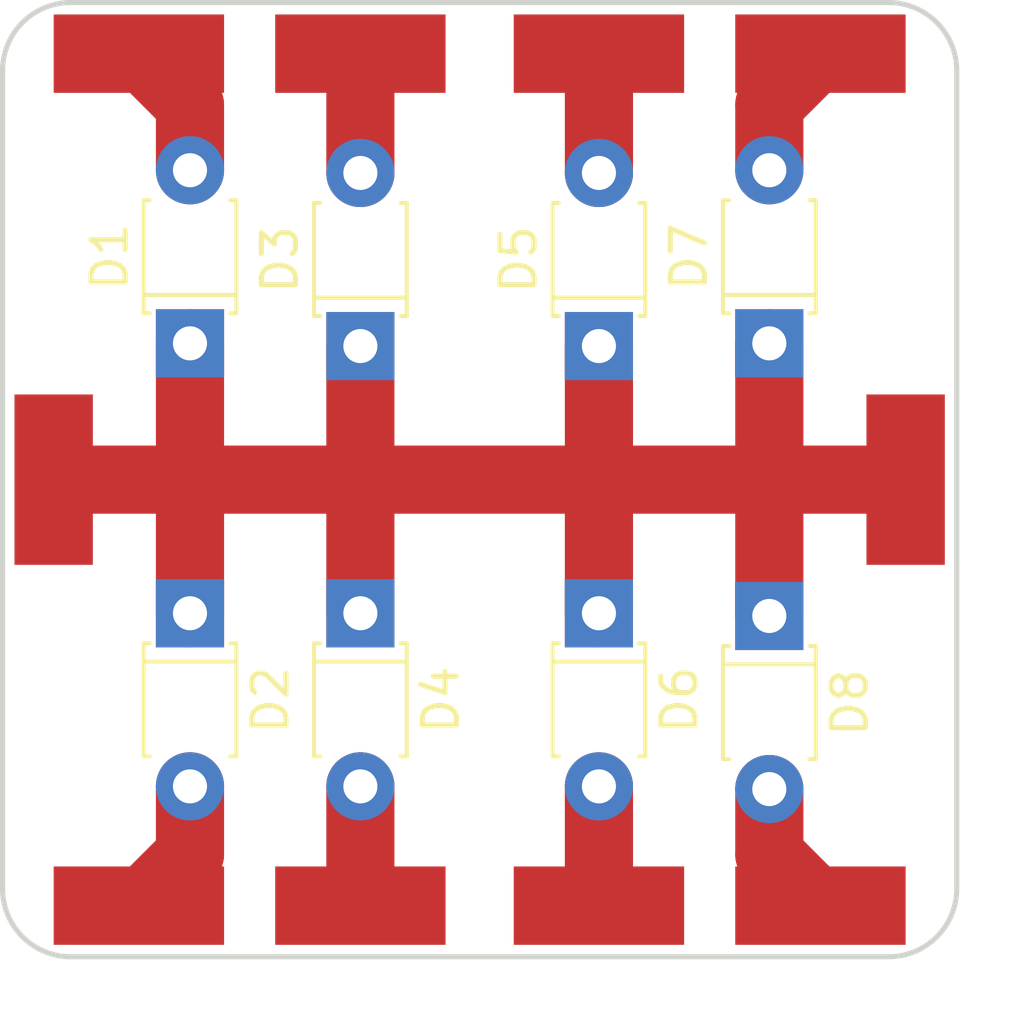
<source format=kicad_pcb>
(kicad_pcb (version 4) (host pcbnew 4.0.5)

  (general
    (links 17)
    (no_connects 2)
    (area -0.075001 -28.075001 28.075001 0.075001)
    (thickness 1.6)
    (drawings 8)
    (tracks 25)
    (zones 0)
    (modules 18)
    (nets 10)
  )

  (page A4)
  (layers
    (0 F.Cu signal)
    (31 B.Cu signal)
    (32 B.Adhes user)
    (33 F.Adhes user)
    (34 B.Paste user)
    (35 F.Paste user)
    (36 B.SilkS user)
    (37 F.SilkS user)
    (38 B.Mask user)
    (39 F.Mask user)
    (40 Dwgs.User user)
    (41 Cmts.User user)
    (42 Eco1.User user)
    (43 Eco2.User user)
    (44 Edge.Cuts user)
    (45 Margin user)
    (46 B.CrtYd user)
    (47 F.CrtYd user)
    (48 B.Fab user)
    (49 F.Fab user)
  )

  (setup
    (last_trace_width 2)
    (user_trace_width 1)
    (user_trace_width 2)
    (user_trace_width 5)
    (trace_clearance 0.2)
    (zone_clearance 0.508)
    (zone_45_only no)
    (trace_min 0.2)
    (segment_width 0.2)
    (edge_width 0.15)
    (via_size 0.6)
    (via_drill 0.4)
    (via_min_size 0.4)
    (via_min_drill 0.3)
    (uvia_size 0.3)
    (uvia_drill 0.1)
    (uvias_allowed no)
    (uvia_min_size 0.2)
    (uvia_min_drill 0.1)
    (pcb_text_width 0.3)
    (pcb_text_size 1.5 1.5)
    (mod_edge_width 0.15)
    (mod_text_size 1 1)
    (mod_text_width 0.15)
    (pad_size 1.524 1.524)
    (pad_drill 0.762)
    (pad_to_mask_clearance 0.2)
    (aux_axis_origin 0 0)
    (visible_elements FFFFFF7F)
    (pcbplotparams
      (layerselection 0x00030_80000001)
      (usegerberextensions false)
      (excludeedgelayer true)
      (linewidth 0.150000)
      (plotframeref false)
      (viasonmask false)
      (mode 1)
      (useauxorigin false)
      (hpglpennumber 1)
      (hpglpenspeed 20)
      (hpglpendiameter 15)
      (hpglpenoverlay 2)
      (psnegative false)
      (psa4output false)
      (plotreference true)
      (plotvalue true)
      (plotinvisibletext false)
      (padsonsilk false)
      (subtractmaskfromsilk false)
      (outputformat 1)
      (mirror false)
      (drillshape 1)
      (scaleselection 1)
      (outputdirectory ""))
  )

  (net 0 "")
  (net 1 "Net-(D1-Pad2)")
  (net 2 "Net-(D2-Pad2)")
  (net 3 "Net-(D3-Pad2)")
  (net 4 "Net-(D4-Pad2)")
  (net 5 "Net-(D5-Pad2)")
  (net 6 "Net-(D6-Pad2)")
  (net 7 "Net-(D7-Pad2)")
  (net 8 "Net-(D8-Pad2)")
  (net 9 /com)

  (net_class Default "This is the default net class."
    (clearance 0.2)
    (trace_width 0.25)
    (via_dia 0.6)
    (via_drill 0.4)
    (uvia_dia 0.3)
    (uvia_drill 0.1)
    (add_net /com)
    (add_net "Net-(D1-Pad2)")
    (add_net "Net-(D2-Pad2)")
    (add_net "Net-(D3-Pad2)")
    (add_net "Net-(D4-Pad2)")
    (add_net "Net-(D5-Pad2)")
    (add_net "Net-(D6-Pad2)")
    (add_net "Net-(D7-Pad2)")
    (add_net "Net-(D8-Pad2)")
  )

  (module Diodes_ThroughHole:D_T-1_P5.08mm_Horizontal (layer F.Cu) (tedit 5877C982) (tstamp 589CCB5F)
    (at 5.5 -18 90)
    (descr "D, T-1 series, Axial, Horizontal, pin pitch=5.08mm, , length*diameter=3.2*2.6mm^2, , http://www.diodes.com/_files/packages/T-1.pdf")
    (tags "D T-1 series Axial Horizontal pin pitch 5.08mm  length 3.2mm diameter 2.6mm")
    (path /589CC837)
    (fp_text reference D1 (at 2.54 -2.36 90) (layer F.SilkS)
      (effects (font (size 1 1) (thickness 0.15)))
    )
    (fp_text value D_Photo (at 2.54 2.36 90) (layer F.Fab)
      (effects (font (size 1 1) (thickness 0.15)))
    )
    (fp_line (start 0.94 -1.3) (end 0.94 1.3) (layer F.Fab) (width 0.1))
    (fp_line (start 0.94 1.3) (end 4.14 1.3) (layer F.Fab) (width 0.1))
    (fp_line (start 4.14 1.3) (end 4.14 -1.3) (layer F.Fab) (width 0.1))
    (fp_line (start 4.14 -1.3) (end 0.94 -1.3) (layer F.Fab) (width 0.1))
    (fp_line (start 0 0) (end 0.94 0) (layer F.Fab) (width 0.1))
    (fp_line (start 5.08 0) (end 4.14 0) (layer F.Fab) (width 0.1))
    (fp_line (start 1.42 -1.3) (end 1.42 1.3) (layer F.Fab) (width 0.1))
    (fp_line (start 0.88 -1.18) (end 0.88 -1.36) (layer F.SilkS) (width 0.12))
    (fp_line (start 0.88 -1.36) (end 4.2 -1.36) (layer F.SilkS) (width 0.12))
    (fp_line (start 4.2 -1.36) (end 4.2 -1.18) (layer F.SilkS) (width 0.12))
    (fp_line (start 0.88 1.18) (end 0.88 1.36) (layer F.SilkS) (width 0.12))
    (fp_line (start 0.88 1.36) (end 4.2 1.36) (layer F.SilkS) (width 0.12))
    (fp_line (start 4.2 1.36) (end 4.2 1.18) (layer F.SilkS) (width 0.12))
    (fp_line (start 1.42 -1.36) (end 1.42 1.36) (layer F.SilkS) (width 0.12))
    (fp_line (start -1.25 -1.65) (end -1.25 1.65) (layer F.CrtYd) (width 0.05))
    (fp_line (start -1.25 1.65) (end 6.35 1.65) (layer F.CrtYd) (width 0.05))
    (fp_line (start 6.35 1.65) (end 6.35 -1.65) (layer F.CrtYd) (width 0.05))
    (fp_line (start 6.35 -1.65) (end -1.25 -1.65) (layer F.CrtYd) (width 0.05))
    (pad 1 thru_hole rect (at 0 0 90) (size 2 2) (drill 1) (layers *.Cu *.Mask)
      (net 9 /com))
    (pad 2 thru_hole oval (at 5.08 0 90) (size 2 2) (drill 1) (layers *.Cu *.Mask)
      (net 1 "Net-(D1-Pad2)"))
    (model Diodes_ThroughHole.3dshapes/D_T-1_P5.08mm_Horizontal.wrl
      (at (xyz 0 0 0))
      (scale (xyz 0.393701 0.393701 0.393701))
      (rotate (xyz 0 0 0))
    )
  )

  (module Diodes_ThroughHole:D_T-1_P5.08mm_Horizontal (layer F.Cu) (tedit 5877C982) (tstamp 589CCB65)
    (at 5.5 -10.08 270)
    (descr "D, T-1 series, Axial, Horizontal, pin pitch=5.08mm, , length*diameter=3.2*2.6mm^2, , http://www.diodes.com/_files/packages/T-1.pdf")
    (tags "D T-1 series Axial Horizontal pin pitch 5.08mm  length 3.2mm diameter 2.6mm")
    (path /589CC358)
    (fp_text reference D2 (at 2.54 -2.36 270) (layer F.SilkS)
      (effects (font (size 1 1) (thickness 0.15)))
    )
    (fp_text value D_Photo (at 2.54 2.36 270) (layer F.Fab)
      (effects (font (size 1 1) (thickness 0.15)))
    )
    (fp_line (start 0.94 -1.3) (end 0.94 1.3) (layer F.Fab) (width 0.1))
    (fp_line (start 0.94 1.3) (end 4.14 1.3) (layer F.Fab) (width 0.1))
    (fp_line (start 4.14 1.3) (end 4.14 -1.3) (layer F.Fab) (width 0.1))
    (fp_line (start 4.14 -1.3) (end 0.94 -1.3) (layer F.Fab) (width 0.1))
    (fp_line (start 0 0) (end 0.94 0) (layer F.Fab) (width 0.1))
    (fp_line (start 5.08 0) (end 4.14 0) (layer F.Fab) (width 0.1))
    (fp_line (start 1.42 -1.3) (end 1.42 1.3) (layer F.Fab) (width 0.1))
    (fp_line (start 0.88 -1.18) (end 0.88 -1.36) (layer F.SilkS) (width 0.12))
    (fp_line (start 0.88 -1.36) (end 4.2 -1.36) (layer F.SilkS) (width 0.12))
    (fp_line (start 4.2 -1.36) (end 4.2 -1.18) (layer F.SilkS) (width 0.12))
    (fp_line (start 0.88 1.18) (end 0.88 1.36) (layer F.SilkS) (width 0.12))
    (fp_line (start 0.88 1.36) (end 4.2 1.36) (layer F.SilkS) (width 0.12))
    (fp_line (start 4.2 1.36) (end 4.2 1.18) (layer F.SilkS) (width 0.12))
    (fp_line (start 1.42 -1.36) (end 1.42 1.36) (layer F.SilkS) (width 0.12))
    (fp_line (start -1.25 -1.65) (end -1.25 1.65) (layer F.CrtYd) (width 0.05))
    (fp_line (start -1.25 1.65) (end 6.35 1.65) (layer F.CrtYd) (width 0.05))
    (fp_line (start 6.35 1.65) (end 6.35 -1.65) (layer F.CrtYd) (width 0.05))
    (fp_line (start 6.35 -1.65) (end -1.25 -1.65) (layer F.CrtYd) (width 0.05))
    (pad 1 thru_hole rect (at 0 0 270) (size 2 2) (drill 1) (layers *.Cu *.Mask)
      (net 9 /com))
    (pad 2 thru_hole oval (at 5.08 0 270) (size 2 2) (drill 1) (layers *.Cu *.Mask)
      (net 2 "Net-(D2-Pad2)"))
    (model Diodes_ThroughHole.3dshapes/D_T-1_P5.08mm_Horizontal.wrl
      (at (xyz 0 0 0))
      (scale (xyz 0.393701 0.393701 0.393701))
      (rotate (xyz 0 0 0))
    )
  )

  (module Diodes_ThroughHole:D_T-1_P5.08mm_Horizontal (layer F.Cu) (tedit 5877C982) (tstamp 589CCB6B)
    (at 10.5 -17.92 90)
    (descr "D, T-1 series, Axial, Horizontal, pin pitch=5.08mm, , length*diameter=3.2*2.6mm^2, , http://www.diodes.com/_files/packages/T-1.pdf")
    (tags "D T-1 series Axial Horizontal pin pitch 5.08mm  length 3.2mm diameter 2.6mm")
    (path /589CC72E)
    (fp_text reference D3 (at 2.54 -2.36 90) (layer F.SilkS)
      (effects (font (size 1 1) (thickness 0.15)))
    )
    (fp_text value D_Photo (at 2.54 2.36 90) (layer F.Fab)
      (effects (font (size 1 1) (thickness 0.15)))
    )
    (fp_line (start 0.94 -1.3) (end 0.94 1.3) (layer F.Fab) (width 0.1))
    (fp_line (start 0.94 1.3) (end 4.14 1.3) (layer F.Fab) (width 0.1))
    (fp_line (start 4.14 1.3) (end 4.14 -1.3) (layer F.Fab) (width 0.1))
    (fp_line (start 4.14 -1.3) (end 0.94 -1.3) (layer F.Fab) (width 0.1))
    (fp_line (start 0 0) (end 0.94 0) (layer F.Fab) (width 0.1))
    (fp_line (start 5.08 0) (end 4.14 0) (layer F.Fab) (width 0.1))
    (fp_line (start 1.42 -1.3) (end 1.42 1.3) (layer F.Fab) (width 0.1))
    (fp_line (start 0.88 -1.18) (end 0.88 -1.36) (layer F.SilkS) (width 0.12))
    (fp_line (start 0.88 -1.36) (end 4.2 -1.36) (layer F.SilkS) (width 0.12))
    (fp_line (start 4.2 -1.36) (end 4.2 -1.18) (layer F.SilkS) (width 0.12))
    (fp_line (start 0.88 1.18) (end 0.88 1.36) (layer F.SilkS) (width 0.12))
    (fp_line (start 0.88 1.36) (end 4.2 1.36) (layer F.SilkS) (width 0.12))
    (fp_line (start 4.2 1.36) (end 4.2 1.18) (layer F.SilkS) (width 0.12))
    (fp_line (start 1.42 -1.36) (end 1.42 1.36) (layer F.SilkS) (width 0.12))
    (fp_line (start -1.25 -1.65) (end -1.25 1.65) (layer F.CrtYd) (width 0.05))
    (fp_line (start -1.25 1.65) (end 6.35 1.65) (layer F.CrtYd) (width 0.05))
    (fp_line (start 6.35 1.65) (end 6.35 -1.65) (layer F.CrtYd) (width 0.05))
    (fp_line (start 6.35 -1.65) (end -1.25 -1.65) (layer F.CrtYd) (width 0.05))
    (pad 1 thru_hole rect (at 0 0 90) (size 2 2) (drill 1) (layers *.Cu *.Mask)
      (net 9 /com))
    (pad 2 thru_hole oval (at 5.08 0 90) (size 2 2) (drill 1) (layers *.Cu *.Mask)
      (net 3 "Net-(D3-Pad2)"))
    (model Diodes_ThroughHole.3dshapes/D_T-1_P5.08mm_Horizontal.wrl
      (at (xyz 0 0 0))
      (scale (xyz 0.393701 0.393701 0.393701))
      (rotate (xyz 0 0 0))
    )
  )

  (module Diodes_ThroughHole:D_T-1_P5.08mm_Horizontal (layer F.Cu) (tedit 5877C982) (tstamp 589CCB71)
    (at 10.5 -10.08 270)
    (descr "D, T-1 series, Axial, Horizontal, pin pitch=5.08mm, , length*diameter=3.2*2.6mm^2, , http://www.diodes.com/_files/packages/T-1.pdf")
    (tags "D T-1 series Axial Horizontal pin pitch 5.08mm  length 3.2mm diameter 2.6mm")
    (path /589CC92F)
    (fp_text reference D4 (at 2.54 -2.36 270) (layer F.SilkS)
      (effects (font (size 1 1) (thickness 0.15)))
    )
    (fp_text value D_Photo (at 2.54 2.36 270) (layer F.Fab)
      (effects (font (size 1 1) (thickness 0.15)))
    )
    (fp_line (start 0.94 -1.3) (end 0.94 1.3) (layer F.Fab) (width 0.1))
    (fp_line (start 0.94 1.3) (end 4.14 1.3) (layer F.Fab) (width 0.1))
    (fp_line (start 4.14 1.3) (end 4.14 -1.3) (layer F.Fab) (width 0.1))
    (fp_line (start 4.14 -1.3) (end 0.94 -1.3) (layer F.Fab) (width 0.1))
    (fp_line (start 0 0) (end 0.94 0) (layer F.Fab) (width 0.1))
    (fp_line (start 5.08 0) (end 4.14 0) (layer F.Fab) (width 0.1))
    (fp_line (start 1.42 -1.3) (end 1.42 1.3) (layer F.Fab) (width 0.1))
    (fp_line (start 0.88 -1.18) (end 0.88 -1.36) (layer F.SilkS) (width 0.12))
    (fp_line (start 0.88 -1.36) (end 4.2 -1.36) (layer F.SilkS) (width 0.12))
    (fp_line (start 4.2 -1.36) (end 4.2 -1.18) (layer F.SilkS) (width 0.12))
    (fp_line (start 0.88 1.18) (end 0.88 1.36) (layer F.SilkS) (width 0.12))
    (fp_line (start 0.88 1.36) (end 4.2 1.36) (layer F.SilkS) (width 0.12))
    (fp_line (start 4.2 1.36) (end 4.2 1.18) (layer F.SilkS) (width 0.12))
    (fp_line (start 1.42 -1.36) (end 1.42 1.36) (layer F.SilkS) (width 0.12))
    (fp_line (start -1.25 -1.65) (end -1.25 1.65) (layer F.CrtYd) (width 0.05))
    (fp_line (start -1.25 1.65) (end 6.35 1.65) (layer F.CrtYd) (width 0.05))
    (fp_line (start 6.35 1.65) (end 6.35 -1.65) (layer F.CrtYd) (width 0.05))
    (fp_line (start 6.35 -1.65) (end -1.25 -1.65) (layer F.CrtYd) (width 0.05))
    (pad 1 thru_hole rect (at 0 0 270) (size 2 2) (drill 1) (layers *.Cu *.Mask)
      (net 9 /com))
    (pad 2 thru_hole oval (at 5.08 0 270) (size 2 2) (drill 1) (layers *.Cu *.Mask)
      (net 4 "Net-(D4-Pad2)"))
    (model Diodes_ThroughHole.3dshapes/D_T-1_P5.08mm_Horizontal.wrl
      (at (xyz 0 0 0))
      (scale (xyz 0.393701 0.393701 0.393701))
      (rotate (xyz 0 0 0))
    )
  )

  (module Diodes_ThroughHole:D_T-1_P5.08mm_Horizontal (layer F.Cu) (tedit 5877C982) (tstamp 589CCB77)
    (at 17.5 -17.92 90)
    (descr "D, T-1 series, Axial, Horizontal, pin pitch=5.08mm, , length*diameter=3.2*2.6mm^2, , http://www.diodes.com/_files/packages/T-1.pdf")
    (tags "D T-1 series Axial Horizontal pin pitch 5.08mm  length 3.2mm diameter 2.6mm")
    (path /589CC856)
    (fp_text reference D5 (at 2.54 -2.36 90) (layer F.SilkS)
      (effects (font (size 1 1) (thickness 0.15)))
    )
    (fp_text value D_Photo (at 2.54 2.36 90) (layer F.Fab)
      (effects (font (size 1 1) (thickness 0.15)))
    )
    (fp_line (start 0.94 -1.3) (end 0.94 1.3) (layer F.Fab) (width 0.1))
    (fp_line (start 0.94 1.3) (end 4.14 1.3) (layer F.Fab) (width 0.1))
    (fp_line (start 4.14 1.3) (end 4.14 -1.3) (layer F.Fab) (width 0.1))
    (fp_line (start 4.14 -1.3) (end 0.94 -1.3) (layer F.Fab) (width 0.1))
    (fp_line (start 0 0) (end 0.94 0) (layer F.Fab) (width 0.1))
    (fp_line (start 5.08 0) (end 4.14 0) (layer F.Fab) (width 0.1))
    (fp_line (start 1.42 -1.3) (end 1.42 1.3) (layer F.Fab) (width 0.1))
    (fp_line (start 0.88 -1.18) (end 0.88 -1.36) (layer F.SilkS) (width 0.12))
    (fp_line (start 0.88 -1.36) (end 4.2 -1.36) (layer F.SilkS) (width 0.12))
    (fp_line (start 4.2 -1.36) (end 4.2 -1.18) (layer F.SilkS) (width 0.12))
    (fp_line (start 0.88 1.18) (end 0.88 1.36) (layer F.SilkS) (width 0.12))
    (fp_line (start 0.88 1.36) (end 4.2 1.36) (layer F.SilkS) (width 0.12))
    (fp_line (start 4.2 1.36) (end 4.2 1.18) (layer F.SilkS) (width 0.12))
    (fp_line (start 1.42 -1.36) (end 1.42 1.36) (layer F.SilkS) (width 0.12))
    (fp_line (start -1.25 -1.65) (end -1.25 1.65) (layer F.CrtYd) (width 0.05))
    (fp_line (start -1.25 1.65) (end 6.35 1.65) (layer F.CrtYd) (width 0.05))
    (fp_line (start 6.35 1.65) (end 6.35 -1.65) (layer F.CrtYd) (width 0.05))
    (fp_line (start 6.35 -1.65) (end -1.25 -1.65) (layer F.CrtYd) (width 0.05))
    (pad 1 thru_hole rect (at 0 0 90) (size 2 2) (drill 1) (layers *.Cu *.Mask)
      (net 9 /com))
    (pad 2 thru_hole oval (at 5.08 0 90) (size 2 2) (drill 1) (layers *.Cu *.Mask)
      (net 5 "Net-(D5-Pad2)"))
    (model Diodes_ThroughHole.3dshapes/D_T-1_P5.08mm_Horizontal.wrl
      (at (xyz 0 0 0))
      (scale (xyz 0.393701 0.393701 0.393701))
      (rotate (xyz 0 0 0))
    )
  )

  (module Diodes_ThroughHole:D_T-1_P5.08mm_Horizontal (layer F.Cu) (tedit 5877C982) (tstamp 589CCB7D)
    (at 17.5 -10.08 270)
    (descr "D, T-1 series, Axial, Horizontal, pin pitch=5.08mm, , length*diameter=3.2*2.6mm^2, , http://www.diodes.com/_files/packages/T-1.pdf")
    (tags "D T-1 series Axial Horizontal pin pitch 5.08mm  length 3.2mm diameter 2.6mm")
    (path /589CC967)
    (fp_text reference D6 (at 2.54 -2.36 270) (layer F.SilkS)
      (effects (font (size 1 1) (thickness 0.15)))
    )
    (fp_text value D_Photo (at 2.54 2.36 270) (layer F.Fab)
      (effects (font (size 1 1) (thickness 0.15)))
    )
    (fp_line (start 0.94 -1.3) (end 0.94 1.3) (layer F.Fab) (width 0.1))
    (fp_line (start 0.94 1.3) (end 4.14 1.3) (layer F.Fab) (width 0.1))
    (fp_line (start 4.14 1.3) (end 4.14 -1.3) (layer F.Fab) (width 0.1))
    (fp_line (start 4.14 -1.3) (end 0.94 -1.3) (layer F.Fab) (width 0.1))
    (fp_line (start 0 0) (end 0.94 0) (layer F.Fab) (width 0.1))
    (fp_line (start 5.08 0) (end 4.14 0) (layer F.Fab) (width 0.1))
    (fp_line (start 1.42 -1.3) (end 1.42 1.3) (layer F.Fab) (width 0.1))
    (fp_line (start 0.88 -1.18) (end 0.88 -1.36) (layer F.SilkS) (width 0.12))
    (fp_line (start 0.88 -1.36) (end 4.2 -1.36) (layer F.SilkS) (width 0.12))
    (fp_line (start 4.2 -1.36) (end 4.2 -1.18) (layer F.SilkS) (width 0.12))
    (fp_line (start 0.88 1.18) (end 0.88 1.36) (layer F.SilkS) (width 0.12))
    (fp_line (start 0.88 1.36) (end 4.2 1.36) (layer F.SilkS) (width 0.12))
    (fp_line (start 4.2 1.36) (end 4.2 1.18) (layer F.SilkS) (width 0.12))
    (fp_line (start 1.42 -1.36) (end 1.42 1.36) (layer F.SilkS) (width 0.12))
    (fp_line (start -1.25 -1.65) (end -1.25 1.65) (layer F.CrtYd) (width 0.05))
    (fp_line (start -1.25 1.65) (end 6.35 1.65) (layer F.CrtYd) (width 0.05))
    (fp_line (start 6.35 1.65) (end 6.35 -1.65) (layer F.CrtYd) (width 0.05))
    (fp_line (start 6.35 -1.65) (end -1.25 -1.65) (layer F.CrtYd) (width 0.05))
    (pad 1 thru_hole rect (at 0 0 270) (size 2 2) (drill 1) (layers *.Cu *.Mask)
      (net 9 /com))
    (pad 2 thru_hole oval (at 5.08 0 270) (size 2 2) (drill 1) (layers *.Cu *.Mask)
      (net 6 "Net-(D6-Pad2)"))
    (model Diodes_ThroughHole.3dshapes/D_T-1_P5.08mm_Horizontal.wrl
      (at (xyz 0 0 0))
      (scale (xyz 0.393701 0.393701 0.393701))
      (rotate (xyz 0 0 0))
    )
  )

  (module Diodes_ThroughHole:D_T-1_P5.08mm_Horizontal (layer F.Cu) (tedit 5877C982) (tstamp 589CCB83)
    (at 22.5 -18 90)
    (descr "D, T-1 series, Axial, Horizontal, pin pitch=5.08mm, , length*diameter=3.2*2.6mm^2, , http://www.diodes.com/_files/packages/T-1.pdf")
    (tags "D T-1 series Axial Horizontal pin pitch 5.08mm  length 3.2mm diameter 2.6mm")
    (path /589CC89A)
    (fp_text reference D7 (at 2.54 -2.36 90) (layer F.SilkS)
      (effects (font (size 1 1) (thickness 0.15)))
    )
    (fp_text value D_Photo (at 2.54 2.36 90) (layer F.Fab)
      (effects (font (size 1 1) (thickness 0.15)))
    )
    (fp_line (start 0.94 -1.3) (end 0.94 1.3) (layer F.Fab) (width 0.1))
    (fp_line (start 0.94 1.3) (end 4.14 1.3) (layer F.Fab) (width 0.1))
    (fp_line (start 4.14 1.3) (end 4.14 -1.3) (layer F.Fab) (width 0.1))
    (fp_line (start 4.14 -1.3) (end 0.94 -1.3) (layer F.Fab) (width 0.1))
    (fp_line (start 0 0) (end 0.94 0) (layer F.Fab) (width 0.1))
    (fp_line (start 5.08 0) (end 4.14 0) (layer F.Fab) (width 0.1))
    (fp_line (start 1.42 -1.3) (end 1.42 1.3) (layer F.Fab) (width 0.1))
    (fp_line (start 0.88 -1.18) (end 0.88 -1.36) (layer F.SilkS) (width 0.12))
    (fp_line (start 0.88 -1.36) (end 4.2 -1.36) (layer F.SilkS) (width 0.12))
    (fp_line (start 4.2 -1.36) (end 4.2 -1.18) (layer F.SilkS) (width 0.12))
    (fp_line (start 0.88 1.18) (end 0.88 1.36) (layer F.SilkS) (width 0.12))
    (fp_line (start 0.88 1.36) (end 4.2 1.36) (layer F.SilkS) (width 0.12))
    (fp_line (start 4.2 1.36) (end 4.2 1.18) (layer F.SilkS) (width 0.12))
    (fp_line (start 1.42 -1.36) (end 1.42 1.36) (layer F.SilkS) (width 0.12))
    (fp_line (start -1.25 -1.65) (end -1.25 1.65) (layer F.CrtYd) (width 0.05))
    (fp_line (start -1.25 1.65) (end 6.35 1.65) (layer F.CrtYd) (width 0.05))
    (fp_line (start 6.35 1.65) (end 6.35 -1.65) (layer F.CrtYd) (width 0.05))
    (fp_line (start 6.35 -1.65) (end -1.25 -1.65) (layer F.CrtYd) (width 0.05))
    (pad 1 thru_hole rect (at 0 0 90) (size 2 2) (drill 1) (layers *.Cu *.Mask)
      (net 9 /com))
    (pad 2 thru_hole oval (at 5.08 0 90) (size 2 2) (drill 1) (layers *.Cu *.Mask)
      (net 7 "Net-(D7-Pad2)"))
    (model Diodes_ThroughHole.3dshapes/D_T-1_P5.08mm_Horizontal.wrl
      (at (xyz 0 0 0))
      (scale (xyz 0.393701 0.393701 0.393701))
      (rotate (xyz 0 0 0))
    )
  )

  (module Diodes_ThroughHole:D_T-1_P5.08mm_Horizontal (layer F.Cu) (tedit 5877C982) (tstamp 589CCB89)
    (at 22.5 -10 270)
    (descr "D, T-1 series, Axial, Horizontal, pin pitch=5.08mm, , length*diameter=3.2*2.6mm^2, , http://www.diodes.com/_files/packages/T-1.pdf")
    (tags "D T-1 series Axial Horizontal pin pitch 5.08mm  length 3.2mm diameter 2.6mm")
    (path /589CC99C)
    (fp_text reference D8 (at 2.54 -2.36 270) (layer F.SilkS)
      (effects (font (size 1 1) (thickness 0.15)))
    )
    (fp_text value D_Photo (at 2.54 2.36 270) (layer F.Fab)
      (effects (font (size 1 1) (thickness 0.15)))
    )
    (fp_line (start 0.94 -1.3) (end 0.94 1.3) (layer F.Fab) (width 0.1))
    (fp_line (start 0.94 1.3) (end 4.14 1.3) (layer F.Fab) (width 0.1))
    (fp_line (start 4.14 1.3) (end 4.14 -1.3) (layer F.Fab) (width 0.1))
    (fp_line (start 4.14 -1.3) (end 0.94 -1.3) (layer F.Fab) (width 0.1))
    (fp_line (start 0 0) (end 0.94 0) (layer F.Fab) (width 0.1))
    (fp_line (start 5.08 0) (end 4.14 0) (layer F.Fab) (width 0.1))
    (fp_line (start 1.42 -1.3) (end 1.42 1.3) (layer F.Fab) (width 0.1))
    (fp_line (start 0.88 -1.18) (end 0.88 -1.36) (layer F.SilkS) (width 0.12))
    (fp_line (start 0.88 -1.36) (end 4.2 -1.36) (layer F.SilkS) (width 0.12))
    (fp_line (start 4.2 -1.36) (end 4.2 -1.18) (layer F.SilkS) (width 0.12))
    (fp_line (start 0.88 1.18) (end 0.88 1.36) (layer F.SilkS) (width 0.12))
    (fp_line (start 0.88 1.36) (end 4.2 1.36) (layer F.SilkS) (width 0.12))
    (fp_line (start 4.2 1.36) (end 4.2 1.18) (layer F.SilkS) (width 0.12))
    (fp_line (start 1.42 -1.36) (end 1.42 1.36) (layer F.SilkS) (width 0.12))
    (fp_line (start -1.25 -1.65) (end -1.25 1.65) (layer F.CrtYd) (width 0.05))
    (fp_line (start -1.25 1.65) (end 6.35 1.65) (layer F.CrtYd) (width 0.05))
    (fp_line (start 6.35 1.65) (end 6.35 -1.65) (layer F.CrtYd) (width 0.05))
    (fp_line (start 6.35 -1.65) (end -1.25 -1.65) (layer F.CrtYd) (width 0.05))
    (pad 1 thru_hole rect (at 0 0 270) (size 2 2) (drill 1) (layers *.Cu *.Mask)
      (net 9 /com))
    (pad 2 thru_hole oval (at 5.08 0 270) (size 2 2) (drill 1) (layers *.Cu *.Mask)
      (net 8 "Net-(D8-Pad2)"))
    (model Diodes_ThroughHole.3dshapes/D_T-1_P5.08mm_Horizontal.wrl
      (at (xyz 0 0 0))
      (scale (xyz 0.393701 0.393701 0.393701))
      (rotate (xyz 0 0 0))
    )
  )

  (module testPad:SolderWirePad_single_SMD_5x2.3mm (layer F.Cu) (tedit 589CD47A) (tstamp 589CD203)
    (at 1.5 -14 90)
    (descr "Wire Pad, Square, SMD Pad,  5mm x 10mm,")
    (tags "MesurementPoint Square SMDPad 5mmx10mm ")
    (path /589CCB69)
    (attr smd)
    (fp_text reference W1 (at 0 -2.4 90) (layer F.SilkS) hide
      (effects (font (size 1 1) (thickness 0.15)))
    )
    (fp_text value TEST_1P (at 0.15 2.65 90) (layer F.Fab)
      (effects (font (size 1 1) (thickness 0.15)))
    )
    (fp_line (start 2.75 -1.4) (end -2.75 -1.4) (layer F.CrtYd) (width 0.05))
    (fp_line (start 2.75 1.4) (end 2.75 -1.4) (layer F.CrtYd) (width 0.05))
    (fp_line (start -2.75 1.4) (end 2.75 1.4) (layer F.CrtYd) (width 0.05))
    (fp_line (start -2.75 -1.4) (end -2.75 1.4) (layer F.CrtYd) (width 0.05))
    (pad 1 smd rect (at 0 0 90) (size 5 2.3) (layers F.Cu F.Paste F.Mask)
      (net 9 /com))
  )

  (module testPad:SolderWirePad_single_SMD_5x2.3mm (layer F.Cu) (tedit 589CD456) (tstamp 589CD207)
    (at 4 -26.5)
    (descr "Wire Pad, Square, SMD Pad,  5mm x 10mm,")
    (tags "MesurementPoint Square SMDPad 5mmx10mm ")
    (path /589CCA2A)
    (attr smd)
    (fp_text reference W2 (at 0 -2.4) (layer F.SilkS) hide
      (effects (font (size 1 1) (thickness 0.15)))
    )
    (fp_text value TEST_1P (at 0.15 2.65) (layer F.Fab)
      (effects (font (size 1 1) (thickness 0.15)))
    )
    (fp_line (start 2.75 -1.4) (end -2.75 -1.4) (layer F.CrtYd) (width 0.05))
    (fp_line (start 2.75 1.4) (end 2.75 -1.4) (layer F.CrtYd) (width 0.05))
    (fp_line (start -2.75 1.4) (end 2.75 1.4) (layer F.CrtYd) (width 0.05))
    (fp_line (start -2.75 -1.4) (end -2.75 1.4) (layer F.CrtYd) (width 0.05))
    (pad 1 smd rect (at 0 0) (size 5 2.3) (layers F.Cu F.Paste F.Mask)
      (net 1 "Net-(D1-Pad2)"))
  )

  (module testPad:SolderWirePad_single_SMD_5x2.3mm (layer F.Cu) (tedit 589CD462) (tstamp 589CD20B)
    (at 4 -1.5)
    (descr "Wire Pad, Square, SMD Pad,  5mm x 10mm,")
    (tags "MesurementPoint Square SMDPad 5mmx10mm ")
    (path /589CCCDC)
    (attr smd)
    (fp_text reference W3 (at 0 -2.4) (layer F.SilkS) hide
      (effects (font (size 1 1) (thickness 0.15)))
    )
    (fp_text value TEST_1P (at 0.15 2.65) (layer F.Fab)
      (effects (font (size 1 1) (thickness 0.15)))
    )
    (fp_line (start 2.75 -1.4) (end -2.75 -1.4) (layer F.CrtYd) (width 0.05))
    (fp_line (start 2.75 1.4) (end 2.75 -1.4) (layer F.CrtYd) (width 0.05))
    (fp_line (start -2.75 1.4) (end 2.75 1.4) (layer F.CrtYd) (width 0.05))
    (fp_line (start -2.75 -1.4) (end -2.75 1.4) (layer F.CrtYd) (width 0.05))
    (pad 1 smd rect (at 0 0) (size 5 2.3) (layers F.Cu F.Paste F.Mask)
      (net 2 "Net-(D2-Pad2)"))
  )

  (module testPad:SolderWirePad_single_SMD_5x2.3mm (layer F.Cu) (tedit 589CD45A) (tstamp 589CD20F)
    (at 10.5 -26.5)
    (descr "Wire Pad, Square, SMD Pad,  5mm x 10mm,")
    (tags "MesurementPoint Square SMDPad 5mmx10mm ")
    (path /589CCA7A)
    (attr smd)
    (fp_text reference W4 (at 0 -2.4) (layer F.SilkS) hide
      (effects (font (size 1 1) (thickness 0.15)))
    )
    (fp_text value TEST_1P (at 0.15 2.65) (layer F.Fab)
      (effects (font (size 1 1) (thickness 0.15)))
    )
    (fp_line (start 2.75 -1.4) (end -2.75 -1.4) (layer F.CrtYd) (width 0.05))
    (fp_line (start 2.75 1.4) (end 2.75 -1.4) (layer F.CrtYd) (width 0.05))
    (fp_line (start -2.75 1.4) (end 2.75 1.4) (layer F.CrtYd) (width 0.05))
    (fp_line (start -2.75 -1.4) (end -2.75 1.4) (layer F.CrtYd) (width 0.05))
    (pad 1 smd rect (at 0 0) (size 5 2.3) (layers F.Cu F.Paste F.Mask)
      (net 3 "Net-(D3-Pad2)"))
  )

  (module testPad:SolderWirePad_single_SMD_5x2.3mm (layer F.Cu) (tedit 589CD465) (tstamp 589CD213)
    (at 10.5 -1.5)
    (descr "Wire Pad, Square, SMD Pad,  5mm x 10mm,")
    (tags "MesurementPoint Square SMDPad 5mmx10mm ")
    (path /589CCD77)
    (attr smd)
    (fp_text reference W5 (at 0 -2.4) (layer F.SilkS) hide
      (effects (font (size 1 1) (thickness 0.15)))
    )
    (fp_text value TEST_1P (at 0.15 2.65) (layer F.Fab)
      (effects (font (size 1 1) (thickness 0.15)))
    )
    (fp_line (start 2.75 -1.4) (end -2.75 -1.4) (layer F.CrtYd) (width 0.05))
    (fp_line (start 2.75 1.4) (end 2.75 -1.4) (layer F.CrtYd) (width 0.05))
    (fp_line (start -2.75 1.4) (end 2.75 1.4) (layer F.CrtYd) (width 0.05))
    (fp_line (start -2.75 -1.4) (end -2.75 1.4) (layer F.CrtYd) (width 0.05))
    (pad 1 smd rect (at 0 0) (size 5 2.3) (layers F.Cu F.Paste F.Mask)
      (net 4 "Net-(D4-Pad2)"))
  )

  (module testPad:SolderWirePad_single_SMD_5x2.3mm (layer F.Cu) (tedit 589CD45C) (tstamp 589CD217)
    (at 17.5 -26.5)
    (descr "Wire Pad, Square, SMD Pad,  5mm x 10mm,")
    (tags "MesurementPoint Square SMDPad 5mmx10mm ")
    (path /589CCAE2)
    (attr smd)
    (fp_text reference W6 (at 0 -2.4) (layer F.SilkS) hide
      (effects (font (size 1 1) (thickness 0.15)))
    )
    (fp_text value TEST_1P (at 0.15 2.65) (layer F.Fab)
      (effects (font (size 1 1) (thickness 0.15)))
    )
    (fp_line (start 2.75 -1.4) (end -2.75 -1.4) (layer F.CrtYd) (width 0.05))
    (fp_line (start 2.75 1.4) (end 2.75 -1.4) (layer F.CrtYd) (width 0.05))
    (fp_line (start -2.75 1.4) (end 2.75 1.4) (layer F.CrtYd) (width 0.05))
    (fp_line (start -2.75 -1.4) (end -2.75 1.4) (layer F.CrtYd) (width 0.05))
    (pad 1 smd rect (at 0 0) (size 5 2.3) (layers F.Cu F.Paste F.Mask)
      (net 5 "Net-(D5-Pad2)"))
  )

  (module testPad:SolderWirePad_single_SMD_5x2.3mm (layer F.Cu) (tedit 589CD467) (tstamp 589CD21B)
    (at 17.5 -1.5)
    (descr "Wire Pad, Square, SMD Pad,  5mm x 10mm,")
    (tags "MesurementPoint Square SMDPad 5mmx10mm ")
    (path /589CCDC5)
    (attr smd)
    (fp_text reference W7 (at 0 -2.4) (layer F.SilkS) hide
      (effects (font (size 1 1) (thickness 0.15)))
    )
    (fp_text value TEST_1P (at 0.15 2.65) (layer F.Fab)
      (effects (font (size 1 1) (thickness 0.15)))
    )
    (fp_line (start 2.75 -1.4) (end -2.75 -1.4) (layer F.CrtYd) (width 0.05))
    (fp_line (start 2.75 1.4) (end 2.75 -1.4) (layer F.CrtYd) (width 0.05))
    (fp_line (start -2.75 1.4) (end 2.75 1.4) (layer F.CrtYd) (width 0.05))
    (fp_line (start -2.75 -1.4) (end -2.75 1.4) (layer F.CrtYd) (width 0.05))
    (pad 1 smd rect (at 0 0) (size 5 2.3) (layers F.Cu F.Paste F.Mask)
      (net 6 "Net-(D6-Pad2)"))
  )

  (module testPad:SolderWirePad_single_SMD_5x2.3mm (layer F.Cu) (tedit 589CD45F) (tstamp 589CD21F)
    (at 24 -26.5)
    (descr "Wire Pad, Square, SMD Pad,  5mm x 10mm,")
    (tags "MesurementPoint Square SMDPad 5mmx10mm ")
    (path /589CCB29)
    (attr smd)
    (fp_text reference W8 (at 0 -2.4) (layer F.SilkS) hide
      (effects (font (size 1 1) (thickness 0.15)))
    )
    (fp_text value TEST_1P (at 0.15 2.65) (layer F.Fab)
      (effects (font (size 1 1) (thickness 0.15)))
    )
    (fp_line (start 2.75 -1.4) (end -2.75 -1.4) (layer F.CrtYd) (width 0.05))
    (fp_line (start 2.75 1.4) (end 2.75 -1.4) (layer F.CrtYd) (width 0.05))
    (fp_line (start -2.75 1.4) (end 2.75 1.4) (layer F.CrtYd) (width 0.05))
    (fp_line (start -2.75 -1.4) (end -2.75 1.4) (layer F.CrtYd) (width 0.05))
    (pad 1 smd rect (at 0 0) (size 5 2.3) (layers F.Cu F.Paste F.Mask)
      (net 7 "Net-(D7-Pad2)"))
  )

  (module testPad:SolderWirePad_single_SMD_5x2.3mm (layer F.Cu) (tedit 589CD46A) (tstamp 589CD223)
    (at 24 -1.5)
    (descr "Wire Pad, Square, SMD Pad,  5mm x 10mm,")
    (tags "MesurementPoint Square SMDPad 5mmx10mm ")
    (path /589CCE24)
    (attr smd)
    (fp_text reference W9 (at 0 -2.4) (layer F.SilkS) hide
      (effects (font (size 1 1) (thickness 0.15)))
    )
    (fp_text value TEST_1P (at 0.15 2.65) (layer F.Fab)
      (effects (font (size 1 1) (thickness 0.15)))
    )
    (fp_line (start 2.75 -1.4) (end -2.75 -1.4) (layer F.CrtYd) (width 0.05))
    (fp_line (start 2.75 1.4) (end 2.75 -1.4) (layer F.CrtYd) (width 0.05))
    (fp_line (start -2.75 1.4) (end 2.75 1.4) (layer F.CrtYd) (width 0.05))
    (fp_line (start -2.75 -1.4) (end -2.75 1.4) (layer F.CrtYd) (width 0.05))
    (pad 1 smd rect (at 0 0) (size 5 2.3) (layers F.Cu F.Paste F.Mask)
      (net 8 "Net-(D8-Pad2)"))
  )

  (module testPad:SolderWirePad_single_SMD_5x2.3mm (layer F.Cu) (tedit 589CD47E) (tstamp 589CD227)
    (at 26.5 -14 90)
    (descr "Wire Pad, Square, SMD Pad,  5mm x 10mm,")
    (tags "MesurementPoint Square SMDPad 5mmx10mm ")
    (path /589CCBF2)
    (attr smd)
    (fp_text reference W10 (at 0 -2.4 90) (layer F.SilkS) hide
      (effects (font (size 1 1) (thickness 0.15)))
    )
    (fp_text value TEST_1P (at 0.15 2.65 90) (layer F.Fab)
      (effects (font (size 1 1) (thickness 0.15)))
    )
    (fp_line (start 2.75 -1.4) (end -2.75 -1.4) (layer F.CrtYd) (width 0.05))
    (fp_line (start 2.75 1.4) (end 2.75 -1.4) (layer F.CrtYd) (width 0.05))
    (fp_line (start -2.75 1.4) (end 2.75 1.4) (layer F.CrtYd) (width 0.05))
    (fp_line (start -2.75 -1.4) (end -2.75 1.4) (layer F.CrtYd) (width 0.05))
    (pad 1 smd rect (at 0 0 90) (size 5 2.3) (layers F.Cu F.Paste F.Mask)
      (net 9 /com))
  )

  (gr_arc (start 2 -2) (end 2 0) (angle 90) (layer Edge.Cuts) (width 0.15))
  (gr_arc (start 2 -26) (end 0 -26) (angle 90) (layer Edge.Cuts) (width 0.15))
  (gr_arc (start 26 -26) (end 26 -28) (angle 90) (layer Edge.Cuts) (width 0.15))
  (gr_arc (start 26 -2) (end 28 -2) (angle 90) (layer Edge.Cuts) (width 0.15))
  (gr_line (start 0 -26) (end 0 -2) (layer Edge.Cuts) (width 0.15))
  (gr_line (start 26 -28) (end 2 -28) (layer Edge.Cuts) (width 0.15))
  (gr_line (start 28 -2) (end 28 -26) (layer Edge.Cuts) (width 0.15))
  (gr_line (start 2 0) (end 26 0) (layer Edge.Cuts) (width 0.15))

  (segment (start 5.5 -23.08) (end 5.5 -25) (width 2) (layer F.Cu) (net 1))
  (segment (start 5.5 -25) (end 4 -26.5) (width 2) (layer F.Cu) (net 1))
  (segment (start 5.5 -5) (end 5.5 -3) (width 2) (layer F.Cu) (net 2))
  (segment (start 5.5 -3) (end 4 -1.5) (width 2) (layer F.Cu) (net 2))
  (segment (start 10.5 -23) (end 10.5 -26.5) (width 2) (layer F.Cu) (net 3))
  (segment (start 10.5 -5) (end 10.5 -1.5) (width 2) (layer F.Cu) (net 4))
  (segment (start 17.5 -23) (end 17.5 -26.5) (width 2) (layer F.Cu) (net 5))
  (segment (start 17.5 -5) (end 17.5 -1.5) (width 2) (layer F.Cu) (net 6))
  (segment (start 22.5 -23.08) (end 22.5 -25) (width 2) (layer F.Cu) (net 7))
  (segment (start 22.5 -25) (end 24 -26.5) (width 2) (layer F.Cu) (net 7))
  (segment (start 22.5 -4.92) (end 22.5 -3) (width 2) (layer F.Cu) (net 8))
  (segment (start 22.5 -3) (end 24 -1.5) (width 2) (layer F.Cu) (net 8))
  (segment (start 5.5 -14) (end 1.5 -14) (width 2) (layer F.Cu) (net 9))
  (segment (start 5.5 -18) (end 5.5 -14) (width 2) (layer F.Cu) (net 9))
  (segment (start 5.5 -14) (end 5.5 -10.08) (width 2) (layer F.Cu) (net 9))
  (segment (start 10.5 -14) (end 5.5 -14) (width 2) (layer F.Cu) (net 9))
  (segment (start 10.5 -17.92) (end 10.5 -14) (width 2) (layer F.Cu) (net 9))
  (segment (start 10.5 -14) (end 10.5 -10.08) (width 2) (layer F.Cu) (net 9))
  (segment (start 17.5 -14) (end 10.5 -14) (width 2) (layer F.Cu) (net 9))
  (segment (start 17.5 -17.92) (end 17.5 -14) (width 2) (layer F.Cu) (net 9))
  (segment (start 17.5 -14) (end 17.5 -10.08) (width 2) (layer F.Cu) (net 9))
  (segment (start 22.5 -14) (end 17.5 -14) (width 2) (layer F.Cu) (net 9))
  (segment (start 22.5 -18) (end 22.5 -14) (width 2) (layer F.Cu) (net 9))
  (segment (start 22.5 -14) (end 22.5 -10) (width 2) (layer F.Cu) (net 9))
  (segment (start 26.5 -14) (end 22.5 -14) (width 2) (layer F.Cu) (net 9))

)

</source>
